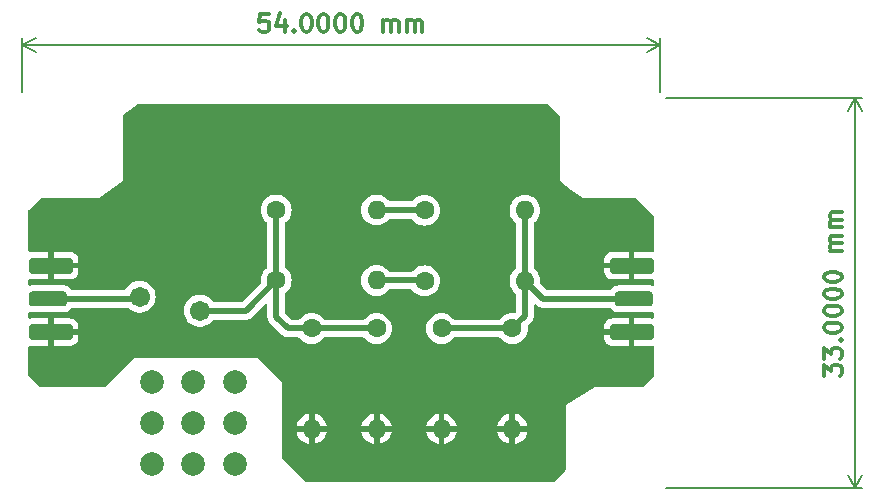
<source format=gbr>
%TF.GenerationSoftware,KiCad,Pcbnew,8.0.5*%
%TF.CreationDate,2024-10-05T17:35:55+09:00*%
%TF.ProjectId,ATT_24dB,4154545f-3234-4644-922e-6b696361645f,rev?*%
%TF.SameCoordinates,Original*%
%TF.FileFunction,Copper,L1,Top*%
%TF.FilePolarity,Positive*%
%FSLAX46Y46*%
G04 Gerber Fmt 4.6, Leading zero omitted, Abs format (unit mm)*
G04 Created by KiCad (PCBNEW 8.0.5) date 2024-10-05 17:35:55*
%MOMM*%
%LPD*%
G01*
G04 APERTURE LIST*
G04 Aperture macros list*
%AMRoundRect*
0 Rectangle with rounded corners*
0 $1 Rounding radius*
0 $2 $3 $4 $5 $6 $7 $8 $9 X,Y pos of 4 corners*
0 Add a 4 corners polygon primitive as box body*
4,1,4,$2,$3,$4,$5,$6,$7,$8,$9,$2,$3,0*
0 Add four circle primitives for the rounded corners*
1,1,$1+$1,$2,$3*
1,1,$1+$1,$4,$5*
1,1,$1+$1,$6,$7*
1,1,$1+$1,$8,$9*
0 Add four rect primitives between the rounded corners*
20,1,$1+$1,$2,$3,$4,$5,0*
20,1,$1+$1,$4,$5,$6,$7,0*
20,1,$1+$1,$6,$7,$8,$9,0*
20,1,$1+$1,$8,$9,$2,$3,0*%
G04 Aperture macros list end*
%ADD10C,0.300000*%
%TA.AperFunction,NonConductor*%
%ADD11C,0.300000*%
%TD*%
%TA.AperFunction,NonConductor*%
%ADD12C,0.200000*%
%TD*%
%TA.AperFunction,ComponentPad*%
%ADD13C,2.000000*%
%TD*%
%TA.AperFunction,SMDPad,CuDef*%
%ADD14RoundRect,0.250000X1.350000X-0.385000X1.350000X0.385000X-1.350000X0.385000X-1.350000X-0.385000X0*%
%TD*%
%TA.AperFunction,SMDPad,CuDef*%
%ADD15RoundRect,0.250000X1.600000X-0.425000X1.600000X0.425000X-1.600000X0.425000X-1.600000X-0.425000X0*%
%TD*%
%TA.AperFunction,ComponentPad*%
%ADD16C,1.600000*%
%TD*%
%TA.AperFunction,ComponentPad*%
%ADD17O,1.600000X1.600000*%
%TD*%
%TA.AperFunction,SMDPad,CuDef*%
%ADD18RoundRect,0.250000X-1.350000X0.385000X-1.350000X-0.385000X1.350000X-0.385000X1.350000X0.385000X0*%
%TD*%
%TA.AperFunction,SMDPad,CuDef*%
%ADD19RoundRect,0.250000X-1.600000X0.425000X-1.600000X-0.425000X1.600000X-0.425000X1.600000X0.425000X0*%
%TD*%
%TA.AperFunction,ComponentPad*%
%ADD20C,1.710000*%
%TD*%
%TA.AperFunction,ViaPad*%
%ADD21C,0.600000*%
%TD*%
%TA.AperFunction,Conductor*%
%ADD22C,0.500000*%
%TD*%
%TA.AperFunction,Conductor*%
%ADD23C,0.200000*%
%TD*%
G04 APERTURE END LIST*
D10*
D11*
X81357144Y-17878328D02*
X80642858Y-17878328D01*
X80642858Y-17878328D02*
X80571430Y-18592614D01*
X80571430Y-18592614D02*
X80642858Y-18521185D01*
X80642858Y-18521185D02*
X80785716Y-18449757D01*
X80785716Y-18449757D02*
X81142858Y-18449757D01*
X81142858Y-18449757D02*
X81285716Y-18521185D01*
X81285716Y-18521185D02*
X81357144Y-18592614D01*
X81357144Y-18592614D02*
X81428573Y-18735471D01*
X81428573Y-18735471D02*
X81428573Y-19092614D01*
X81428573Y-19092614D02*
X81357144Y-19235471D01*
X81357144Y-19235471D02*
X81285716Y-19306900D01*
X81285716Y-19306900D02*
X81142858Y-19378328D01*
X81142858Y-19378328D02*
X80785716Y-19378328D01*
X80785716Y-19378328D02*
X80642858Y-19306900D01*
X80642858Y-19306900D02*
X80571430Y-19235471D01*
X82714287Y-18378328D02*
X82714287Y-19378328D01*
X82357144Y-17806900D02*
X82000001Y-18878328D01*
X82000001Y-18878328D02*
X82928572Y-18878328D01*
X83500000Y-19235471D02*
X83571429Y-19306900D01*
X83571429Y-19306900D02*
X83500000Y-19378328D01*
X83500000Y-19378328D02*
X83428572Y-19306900D01*
X83428572Y-19306900D02*
X83500000Y-19235471D01*
X83500000Y-19235471D02*
X83500000Y-19378328D01*
X84500001Y-17878328D02*
X84642858Y-17878328D01*
X84642858Y-17878328D02*
X84785715Y-17949757D01*
X84785715Y-17949757D02*
X84857144Y-18021185D01*
X84857144Y-18021185D02*
X84928572Y-18164042D01*
X84928572Y-18164042D02*
X85000001Y-18449757D01*
X85000001Y-18449757D02*
X85000001Y-18806900D01*
X85000001Y-18806900D02*
X84928572Y-19092614D01*
X84928572Y-19092614D02*
X84857144Y-19235471D01*
X84857144Y-19235471D02*
X84785715Y-19306900D01*
X84785715Y-19306900D02*
X84642858Y-19378328D01*
X84642858Y-19378328D02*
X84500001Y-19378328D01*
X84500001Y-19378328D02*
X84357144Y-19306900D01*
X84357144Y-19306900D02*
X84285715Y-19235471D01*
X84285715Y-19235471D02*
X84214286Y-19092614D01*
X84214286Y-19092614D02*
X84142858Y-18806900D01*
X84142858Y-18806900D02*
X84142858Y-18449757D01*
X84142858Y-18449757D02*
X84214286Y-18164042D01*
X84214286Y-18164042D02*
X84285715Y-18021185D01*
X84285715Y-18021185D02*
X84357144Y-17949757D01*
X84357144Y-17949757D02*
X84500001Y-17878328D01*
X85928572Y-17878328D02*
X86071429Y-17878328D01*
X86071429Y-17878328D02*
X86214286Y-17949757D01*
X86214286Y-17949757D02*
X86285715Y-18021185D01*
X86285715Y-18021185D02*
X86357143Y-18164042D01*
X86357143Y-18164042D02*
X86428572Y-18449757D01*
X86428572Y-18449757D02*
X86428572Y-18806900D01*
X86428572Y-18806900D02*
X86357143Y-19092614D01*
X86357143Y-19092614D02*
X86285715Y-19235471D01*
X86285715Y-19235471D02*
X86214286Y-19306900D01*
X86214286Y-19306900D02*
X86071429Y-19378328D01*
X86071429Y-19378328D02*
X85928572Y-19378328D01*
X85928572Y-19378328D02*
X85785715Y-19306900D01*
X85785715Y-19306900D02*
X85714286Y-19235471D01*
X85714286Y-19235471D02*
X85642857Y-19092614D01*
X85642857Y-19092614D02*
X85571429Y-18806900D01*
X85571429Y-18806900D02*
X85571429Y-18449757D01*
X85571429Y-18449757D02*
X85642857Y-18164042D01*
X85642857Y-18164042D02*
X85714286Y-18021185D01*
X85714286Y-18021185D02*
X85785715Y-17949757D01*
X85785715Y-17949757D02*
X85928572Y-17878328D01*
X87357143Y-17878328D02*
X87500000Y-17878328D01*
X87500000Y-17878328D02*
X87642857Y-17949757D01*
X87642857Y-17949757D02*
X87714286Y-18021185D01*
X87714286Y-18021185D02*
X87785714Y-18164042D01*
X87785714Y-18164042D02*
X87857143Y-18449757D01*
X87857143Y-18449757D02*
X87857143Y-18806900D01*
X87857143Y-18806900D02*
X87785714Y-19092614D01*
X87785714Y-19092614D02*
X87714286Y-19235471D01*
X87714286Y-19235471D02*
X87642857Y-19306900D01*
X87642857Y-19306900D02*
X87500000Y-19378328D01*
X87500000Y-19378328D02*
X87357143Y-19378328D01*
X87357143Y-19378328D02*
X87214286Y-19306900D01*
X87214286Y-19306900D02*
X87142857Y-19235471D01*
X87142857Y-19235471D02*
X87071428Y-19092614D01*
X87071428Y-19092614D02*
X87000000Y-18806900D01*
X87000000Y-18806900D02*
X87000000Y-18449757D01*
X87000000Y-18449757D02*
X87071428Y-18164042D01*
X87071428Y-18164042D02*
X87142857Y-18021185D01*
X87142857Y-18021185D02*
X87214286Y-17949757D01*
X87214286Y-17949757D02*
X87357143Y-17878328D01*
X88785714Y-17878328D02*
X88928571Y-17878328D01*
X88928571Y-17878328D02*
X89071428Y-17949757D01*
X89071428Y-17949757D02*
X89142857Y-18021185D01*
X89142857Y-18021185D02*
X89214285Y-18164042D01*
X89214285Y-18164042D02*
X89285714Y-18449757D01*
X89285714Y-18449757D02*
X89285714Y-18806900D01*
X89285714Y-18806900D02*
X89214285Y-19092614D01*
X89214285Y-19092614D02*
X89142857Y-19235471D01*
X89142857Y-19235471D02*
X89071428Y-19306900D01*
X89071428Y-19306900D02*
X88928571Y-19378328D01*
X88928571Y-19378328D02*
X88785714Y-19378328D01*
X88785714Y-19378328D02*
X88642857Y-19306900D01*
X88642857Y-19306900D02*
X88571428Y-19235471D01*
X88571428Y-19235471D02*
X88499999Y-19092614D01*
X88499999Y-19092614D02*
X88428571Y-18806900D01*
X88428571Y-18806900D02*
X88428571Y-18449757D01*
X88428571Y-18449757D02*
X88499999Y-18164042D01*
X88499999Y-18164042D02*
X88571428Y-18021185D01*
X88571428Y-18021185D02*
X88642857Y-17949757D01*
X88642857Y-17949757D02*
X88785714Y-17878328D01*
X91071427Y-19378328D02*
X91071427Y-18378328D01*
X91071427Y-18521185D02*
X91142856Y-18449757D01*
X91142856Y-18449757D02*
X91285713Y-18378328D01*
X91285713Y-18378328D02*
X91499999Y-18378328D01*
X91499999Y-18378328D02*
X91642856Y-18449757D01*
X91642856Y-18449757D02*
X91714285Y-18592614D01*
X91714285Y-18592614D02*
X91714285Y-19378328D01*
X91714285Y-18592614D02*
X91785713Y-18449757D01*
X91785713Y-18449757D02*
X91928570Y-18378328D01*
X91928570Y-18378328D02*
X92142856Y-18378328D01*
X92142856Y-18378328D02*
X92285713Y-18449757D01*
X92285713Y-18449757D02*
X92357142Y-18592614D01*
X92357142Y-18592614D02*
X92357142Y-19378328D01*
X93071427Y-19378328D02*
X93071427Y-18378328D01*
X93071427Y-18521185D02*
X93142856Y-18449757D01*
X93142856Y-18449757D02*
X93285713Y-18378328D01*
X93285713Y-18378328D02*
X93499999Y-18378328D01*
X93499999Y-18378328D02*
X93642856Y-18449757D01*
X93642856Y-18449757D02*
X93714285Y-18592614D01*
X93714285Y-18592614D02*
X93714285Y-19378328D01*
X93714285Y-18592614D02*
X93785713Y-18449757D01*
X93785713Y-18449757D02*
X93928570Y-18378328D01*
X93928570Y-18378328D02*
X94142856Y-18378328D01*
X94142856Y-18378328D02*
X94285713Y-18449757D01*
X94285713Y-18449757D02*
X94357142Y-18592614D01*
X94357142Y-18592614D02*
X94357142Y-19378328D01*
D12*
X60500000Y-24500000D02*
X60500000Y-19913580D01*
X114500000Y-24500000D02*
X114500000Y-19913580D01*
X60500000Y-20500000D02*
X114500000Y-20500000D01*
X60500000Y-20500000D02*
X114500000Y-20500000D01*
X60500000Y-20500000D02*
X61626504Y-19913579D01*
X60500000Y-20500000D02*
X61626504Y-21086421D01*
X114500000Y-20500000D02*
X113373496Y-21086421D01*
X114500000Y-20500000D02*
X113373496Y-19913579D01*
D10*
D11*
X128378328Y-48499998D02*
X128378328Y-47571426D01*
X128378328Y-47571426D02*
X128949757Y-48071426D01*
X128949757Y-48071426D02*
X128949757Y-47857141D01*
X128949757Y-47857141D02*
X129021185Y-47714284D01*
X129021185Y-47714284D02*
X129092614Y-47642855D01*
X129092614Y-47642855D02*
X129235471Y-47571426D01*
X129235471Y-47571426D02*
X129592614Y-47571426D01*
X129592614Y-47571426D02*
X129735471Y-47642855D01*
X129735471Y-47642855D02*
X129806900Y-47714284D01*
X129806900Y-47714284D02*
X129878328Y-47857141D01*
X129878328Y-47857141D02*
X129878328Y-48285712D01*
X129878328Y-48285712D02*
X129806900Y-48428569D01*
X129806900Y-48428569D02*
X129735471Y-48499998D01*
X128378328Y-47071427D02*
X128378328Y-46142855D01*
X128378328Y-46142855D02*
X128949757Y-46642855D01*
X128949757Y-46642855D02*
X128949757Y-46428570D01*
X128949757Y-46428570D02*
X129021185Y-46285713D01*
X129021185Y-46285713D02*
X129092614Y-46214284D01*
X129092614Y-46214284D02*
X129235471Y-46142855D01*
X129235471Y-46142855D02*
X129592614Y-46142855D01*
X129592614Y-46142855D02*
X129735471Y-46214284D01*
X129735471Y-46214284D02*
X129806900Y-46285713D01*
X129806900Y-46285713D02*
X129878328Y-46428570D01*
X129878328Y-46428570D02*
X129878328Y-46857141D01*
X129878328Y-46857141D02*
X129806900Y-46999998D01*
X129806900Y-46999998D02*
X129735471Y-47071427D01*
X129735471Y-45499999D02*
X129806900Y-45428570D01*
X129806900Y-45428570D02*
X129878328Y-45499999D01*
X129878328Y-45499999D02*
X129806900Y-45571427D01*
X129806900Y-45571427D02*
X129735471Y-45499999D01*
X129735471Y-45499999D02*
X129878328Y-45499999D01*
X128378328Y-44499998D02*
X128378328Y-44357141D01*
X128378328Y-44357141D02*
X128449757Y-44214284D01*
X128449757Y-44214284D02*
X128521185Y-44142856D01*
X128521185Y-44142856D02*
X128664042Y-44071427D01*
X128664042Y-44071427D02*
X128949757Y-43999998D01*
X128949757Y-43999998D02*
X129306900Y-43999998D01*
X129306900Y-43999998D02*
X129592614Y-44071427D01*
X129592614Y-44071427D02*
X129735471Y-44142856D01*
X129735471Y-44142856D02*
X129806900Y-44214284D01*
X129806900Y-44214284D02*
X129878328Y-44357141D01*
X129878328Y-44357141D02*
X129878328Y-44499998D01*
X129878328Y-44499998D02*
X129806900Y-44642856D01*
X129806900Y-44642856D02*
X129735471Y-44714284D01*
X129735471Y-44714284D02*
X129592614Y-44785713D01*
X129592614Y-44785713D02*
X129306900Y-44857141D01*
X129306900Y-44857141D02*
X128949757Y-44857141D01*
X128949757Y-44857141D02*
X128664042Y-44785713D01*
X128664042Y-44785713D02*
X128521185Y-44714284D01*
X128521185Y-44714284D02*
X128449757Y-44642856D01*
X128449757Y-44642856D02*
X128378328Y-44499998D01*
X128378328Y-43071427D02*
X128378328Y-42928570D01*
X128378328Y-42928570D02*
X128449757Y-42785713D01*
X128449757Y-42785713D02*
X128521185Y-42714285D01*
X128521185Y-42714285D02*
X128664042Y-42642856D01*
X128664042Y-42642856D02*
X128949757Y-42571427D01*
X128949757Y-42571427D02*
X129306900Y-42571427D01*
X129306900Y-42571427D02*
X129592614Y-42642856D01*
X129592614Y-42642856D02*
X129735471Y-42714285D01*
X129735471Y-42714285D02*
X129806900Y-42785713D01*
X129806900Y-42785713D02*
X129878328Y-42928570D01*
X129878328Y-42928570D02*
X129878328Y-43071427D01*
X129878328Y-43071427D02*
X129806900Y-43214285D01*
X129806900Y-43214285D02*
X129735471Y-43285713D01*
X129735471Y-43285713D02*
X129592614Y-43357142D01*
X129592614Y-43357142D02*
X129306900Y-43428570D01*
X129306900Y-43428570D02*
X128949757Y-43428570D01*
X128949757Y-43428570D02*
X128664042Y-43357142D01*
X128664042Y-43357142D02*
X128521185Y-43285713D01*
X128521185Y-43285713D02*
X128449757Y-43214285D01*
X128449757Y-43214285D02*
X128378328Y-43071427D01*
X128378328Y-41642856D02*
X128378328Y-41499999D01*
X128378328Y-41499999D02*
X128449757Y-41357142D01*
X128449757Y-41357142D02*
X128521185Y-41285714D01*
X128521185Y-41285714D02*
X128664042Y-41214285D01*
X128664042Y-41214285D02*
X128949757Y-41142856D01*
X128949757Y-41142856D02*
X129306900Y-41142856D01*
X129306900Y-41142856D02*
X129592614Y-41214285D01*
X129592614Y-41214285D02*
X129735471Y-41285714D01*
X129735471Y-41285714D02*
X129806900Y-41357142D01*
X129806900Y-41357142D02*
X129878328Y-41499999D01*
X129878328Y-41499999D02*
X129878328Y-41642856D01*
X129878328Y-41642856D02*
X129806900Y-41785714D01*
X129806900Y-41785714D02*
X129735471Y-41857142D01*
X129735471Y-41857142D02*
X129592614Y-41928571D01*
X129592614Y-41928571D02*
X129306900Y-41999999D01*
X129306900Y-41999999D02*
X128949757Y-41999999D01*
X128949757Y-41999999D02*
X128664042Y-41928571D01*
X128664042Y-41928571D02*
X128521185Y-41857142D01*
X128521185Y-41857142D02*
X128449757Y-41785714D01*
X128449757Y-41785714D02*
X128378328Y-41642856D01*
X128378328Y-40214285D02*
X128378328Y-40071428D01*
X128378328Y-40071428D02*
X128449757Y-39928571D01*
X128449757Y-39928571D02*
X128521185Y-39857143D01*
X128521185Y-39857143D02*
X128664042Y-39785714D01*
X128664042Y-39785714D02*
X128949757Y-39714285D01*
X128949757Y-39714285D02*
X129306900Y-39714285D01*
X129306900Y-39714285D02*
X129592614Y-39785714D01*
X129592614Y-39785714D02*
X129735471Y-39857143D01*
X129735471Y-39857143D02*
X129806900Y-39928571D01*
X129806900Y-39928571D02*
X129878328Y-40071428D01*
X129878328Y-40071428D02*
X129878328Y-40214285D01*
X129878328Y-40214285D02*
X129806900Y-40357143D01*
X129806900Y-40357143D02*
X129735471Y-40428571D01*
X129735471Y-40428571D02*
X129592614Y-40500000D01*
X129592614Y-40500000D02*
X129306900Y-40571428D01*
X129306900Y-40571428D02*
X128949757Y-40571428D01*
X128949757Y-40571428D02*
X128664042Y-40500000D01*
X128664042Y-40500000D02*
X128521185Y-40428571D01*
X128521185Y-40428571D02*
X128449757Y-40357143D01*
X128449757Y-40357143D02*
X128378328Y-40214285D01*
X129878328Y-37928572D02*
X128878328Y-37928572D01*
X129021185Y-37928572D02*
X128949757Y-37857143D01*
X128949757Y-37857143D02*
X128878328Y-37714286D01*
X128878328Y-37714286D02*
X128878328Y-37500000D01*
X128878328Y-37500000D02*
X128949757Y-37357143D01*
X128949757Y-37357143D02*
X129092614Y-37285715D01*
X129092614Y-37285715D02*
X129878328Y-37285715D01*
X129092614Y-37285715D02*
X128949757Y-37214286D01*
X128949757Y-37214286D02*
X128878328Y-37071429D01*
X128878328Y-37071429D02*
X128878328Y-36857143D01*
X128878328Y-36857143D02*
X128949757Y-36714286D01*
X128949757Y-36714286D02*
X129092614Y-36642857D01*
X129092614Y-36642857D02*
X129878328Y-36642857D01*
X129878328Y-35928572D02*
X128878328Y-35928572D01*
X129021185Y-35928572D02*
X128949757Y-35857143D01*
X128949757Y-35857143D02*
X128878328Y-35714286D01*
X128878328Y-35714286D02*
X128878328Y-35500000D01*
X128878328Y-35500000D02*
X128949757Y-35357143D01*
X128949757Y-35357143D02*
X129092614Y-35285715D01*
X129092614Y-35285715D02*
X129878328Y-35285715D01*
X129092614Y-35285715D02*
X128949757Y-35214286D01*
X128949757Y-35214286D02*
X128878328Y-35071429D01*
X128878328Y-35071429D02*
X128878328Y-34857143D01*
X128878328Y-34857143D02*
X128949757Y-34714286D01*
X128949757Y-34714286D02*
X129092614Y-34642857D01*
X129092614Y-34642857D02*
X129878328Y-34642857D01*
D12*
X115000000Y-25000000D02*
X131586420Y-25000000D01*
X115000000Y-58000000D02*
X131586420Y-58000000D01*
X131000000Y-25000000D02*
X131000000Y-58000000D01*
X131000000Y-25000000D02*
X131000000Y-58000000D01*
X131000000Y-25000000D02*
X131586421Y-26126504D01*
X131000000Y-25000000D02*
X130413579Y-26126504D01*
X131000000Y-58000000D02*
X130413579Y-56873496D01*
X131000000Y-58000000D02*
X131586421Y-56873496D01*
D13*
%TO.P,REF001,1*%
%TO.N,N/C*%
X71500000Y-49000000D03*
%TD*%
D14*
%TO.P,J2,1,In*%
%TO.N,Net-(J2-In)*%
X112337500Y-42000000D03*
D15*
%TO.P,J2,2,Ext*%
%TO.N,GND*%
X112087500Y-39175000D03*
X112087500Y-44825000D03*
%TD*%
D13*
%TO.P,REF001,1*%
%TO.N,N/C*%
X75000000Y-56000000D03*
%TD*%
%TO.P,REF001,1*%
%TO.N,N/C*%
X78500000Y-52500000D03*
%TD*%
D16*
%TO.P,R8,1*%
%TO.N,Net-(R7-Pad2)*%
X94565000Y-40467500D03*
D17*
%TO.P,R8,2*%
%TO.N,Net-(J2-In)*%
X103065000Y-40467500D03*
%TD*%
D16*
%TO.P,R1,1*%
%TO.N,Net-(F1-Pad1)*%
X85000000Y-44500000D03*
D17*
%TO.P,R1,2*%
%TO.N,GND*%
X85000000Y-53000000D03*
%TD*%
D16*
%TO.P,R6,1*%
%TO.N,Net-(R5-Pad2)*%
X94565000Y-34500000D03*
D17*
%TO.P,R6,2*%
%TO.N,Net-(J2-In)*%
X103065000Y-34500000D03*
%TD*%
D13*
%TO.P,REF001,1*%
%TO.N,N/C*%
X78500000Y-49000000D03*
%TD*%
D16*
%TO.P,R7,1*%
%TO.N,Net-(F1-Pad1)*%
X82000000Y-40435000D03*
D17*
%TO.P,R7,2*%
%TO.N,Net-(R7-Pad2)*%
X90500000Y-40435000D03*
%TD*%
D16*
%TO.P,R3,1*%
%TO.N,Net-(J2-In)*%
X96000000Y-44500000D03*
D17*
%TO.P,R3,2*%
%TO.N,GND*%
X96000000Y-53000000D03*
%TD*%
D16*
%TO.P,R5,1*%
%TO.N,Net-(F1-Pad1)*%
X82000000Y-34467500D03*
D17*
%TO.P,R5,2*%
%TO.N,Net-(R5-Pad2)*%
X90500000Y-34467500D03*
%TD*%
D13*
%TO.P,REF001,1*%
%TO.N,N/C*%
X75000000Y-49000000D03*
%TD*%
D16*
%TO.P,R2,1*%
%TO.N,Net-(F1-Pad1)*%
X90500000Y-44500000D03*
D17*
%TO.P,R2,2*%
%TO.N,GND*%
X90500000Y-53000000D03*
%TD*%
D18*
%TO.P,J1,1,In*%
%TO.N,Net-(J1-In)*%
X62662500Y-42000000D03*
D19*
%TO.P,J1,2,Ext*%
%TO.N,GND*%
X62912500Y-44825000D03*
X62912500Y-39175000D03*
%TD*%
D20*
%TO.P,F1,1*%
%TO.N,Net-(F1-Pad1)*%
X75532500Y-43000000D03*
%TO.P,F1,2*%
%TO.N,Net-(J1-In)*%
X70432500Y-41800000D03*
%TD*%
D13*
%TO.P,REF001,1*%
%TO.N,N/C*%
X75000000Y-52500000D03*
%TD*%
D16*
%TO.P,R4,1*%
%TO.N,Net-(J2-In)*%
X102000000Y-44500000D03*
D17*
%TO.P,R4,2*%
%TO.N,GND*%
X102000000Y-53000000D03*
%TD*%
D13*
%TO.P,REF001,1*%
%TO.N,N/C*%
X71500000Y-52500000D03*
%TD*%
%TO.P,REF001,1*%
%TO.N,N/C*%
X78500000Y-56000000D03*
%TD*%
%TO.P,REF001,1*%
%TO.N,N/C*%
X71500000Y-56000000D03*
%TD*%
D21*
%TO.N,GND*%
X89000000Y-37500000D03*
X91500000Y-37500000D03*
X86540000Y-27000000D03*
X99040000Y-55500000D03*
X90500000Y-32000000D03*
X78500000Y-39500000D03*
X104000000Y-32000000D03*
X74000000Y-27000000D03*
X91620000Y-27000000D03*
X84000000Y-29540000D03*
X91620000Y-29540000D03*
X99240000Y-27000000D03*
X87500000Y-53000000D03*
X96700000Y-29540000D03*
X76000000Y-34500000D03*
X70920000Y-34500000D03*
X94160000Y-27000000D03*
X101780000Y-27000000D03*
X81500000Y-27000000D03*
X73460000Y-34500000D03*
X96700000Y-27000000D03*
X84000000Y-27000000D03*
X68500000Y-45500000D03*
X66000000Y-34500000D03*
X101780000Y-29540000D03*
X93000000Y-53000000D03*
X71460000Y-27000000D03*
X68500000Y-34500000D03*
X63500000Y-34500000D03*
X81500000Y-32000000D03*
X66500000Y-47500000D03*
X104000000Y-29500000D03*
X104000000Y-55500000D03*
X108000000Y-48000000D03*
X91420000Y-55500000D03*
X99240000Y-29540000D03*
X76420000Y-27000000D03*
X70920000Y-37040000D03*
X104000000Y-27000000D03*
X93000000Y-43000000D03*
X109500000Y-35000000D03*
X96500000Y-55500000D03*
X89080000Y-29540000D03*
X101580000Y-55500000D03*
X78500000Y-45500000D03*
X108000000Y-46000000D03*
X88880000Y-55500000D03*
X105460000Y-39000000D03*
X86540000Y-29540000D03*
X76000000Y-45500000D03*
X99000000Y-53000000D03*
X108000000Y-39000000D03*
X66500000Y-45500000D03*
X105460000Y-46000000D03*
X70500000Y-45500000D03*
X107000000Y-35000000D03*
X102000000Y-32000000D03*
X108000000Y-44000000D03*
X94160000Y-29540000D03*
X84000000Y-32000000D03*
X78540000Y-34500000D03*
X66500000Y-39000000D03*
X89080000Y-27000000D03*
X78540000Y-37040000D03*
X86340000Y-55500000D03*
X78960000Y-27000000D03*
X110000000Y-48000000D03*
X95500000Y-32000000D03*
X76000000Y-37040000D03*
X105460000Y-44000000D03*
X93000000Y-32000000D03*
X73460000Y-37040000D03*
X104500000Y-53000000D03*
X93960000Y-55500000D03*
X94000000Y-37500000D03*
%TD*%
D22*
%TO.N,Net-(F1-Pad1)*%
X82000000Y-43500000D02*
X83000000Y-44500000D01*
X83000000Y-44500000D02*
X85000000Y-44500000D01*
X82000000Y-40935000D02*
X82000000Y-34467500D01*
D23*
X82000000Y-40870000D02*
X81885000Y-40985000D01*
D22*
X75532500Y-43000000D02*
X79435000Y-43000000D01*
X85000000Y-44500000D02*
X90500000Y-44500000D01*
X79435000Y-43000000D02*
X82000000Y-40435000D01*
X82000000Y-40435000D02*
X82000000Y-43500000D01*
D23*
X82000000Y-40435000D02*
X82000000Y-40870000D01*
%TO.N,Net-(J1-In)*%
X70232500Y-42000000D02*
X70432500Y-41800000D01*
D22*
X62662500Y-42000000D02*
X70232500Y-42000000D01*
%TO.N,Net-(J2-In)*%
X104597500Y-42000000D02*
X103065000Y-40467500D01*
X103065000Y-34500000D02*
X103065000Y-40967500D01*
X113337500Y-42000000D02*
X104597500Y-42000000D01*
D23*
X102065000Y-44435000D02*
X102000000Y-44500000D01*
X102565000Y-44435000D02*
X102500000Y-44500000D01*
D22*
X103065000Y-40467500D02*
X103065000Y-43435000D01*
D23*
X103500000Y-40532500D02*
X103565000Y-40467500D01*
D22*
X103065000Y-43435000D02*
X102000000Y-44500000D01*
X96000000Y-44500000D02*
X102000000Y-44500000D01*
D23*
%TO.N,Net-(R5-Pad2)*%
X94532500Y-34467500D02*
X94565000Y-34500000D01*
D22*
X90500000Y-34467500D02*
X94532500Y-34467500D01*
D23*
%TO.N,Net-(R7-Pad2)*%
X94532500Y-40435000D02*
X94565000Y-40467500D01*
D22*
X90500000Y-40435000D02*
X94532500Y-40435000D01*
%TD*%
%TA.AperFunction,Conductor*%
%TO.N,GND*%
G36*
X105016177Y-25520185D02*
G01*
X105036819Y-25536819D01*
X105963681Y-26463681D01*
X105997166Y-26525004D01*
X106000000Y-26551362D01*
X106000000Y-32000000D01*
X105999999Y-32000000D01*
X107000000Y-32750000D01*
X108000000Y-33500000D01*
X112448638Y-33500000D01*
X112515677Y-33519685D01*
X112536319Y-33536319D01*
X113963181Y-34963181D01*
X113996666Y-35024504D01*
X113999500Y-35050862D01*
X113999500Y-37891562D01*
X113979815Y-37958601D01*
X113927011Y-38004356D01*
X113857853Y-38014300D01*
X113846854Y-38011709D01*
X113846811Y-38011911D01*
X113840190Y-38010493D01*
X113737486Y-38000000D01*
X112337500Y-38000000D01*
X112337500Y-40349999D01*
X113737472Y-40349999D01*
X113737486Y-40349998D01*
X113840193Y-40339506D01*
X113846813Y-40338089D01*
X113847300Y-40340364D01*
X113906297Y-40338322D01*
X113966347Y-40374040D01*
X113997554Y-40436553D01*
X113999500Y-40458437D01*
X113999500Y-40756035D01*
X113979815Y-40823074D01*
X113927011Y-40868829D01*
X113857853Y-40878773D01*
X113846964Y-40876207D01*
X113846920Y-40876418D01*
X113840303Y-40875001D01*
X113737510Y-40864500D01*
X110937498Y-40864500D01*
X110937481Y-40864501D01*
X110834703Y-40875000D01*
X110834700Y-40875001D01*
X110668168Y-40930185D01*
X110668163Y-40930187D01*
X110518842Y-41022289D01*
X110394789Y-41146342D01*
X110390903Y-41152642D01*
X110370637Y-41185500D01*
X110367493Y-41190597D01*
X110315545Y-41237321D01*
X110261954Y-41249500D01*
X104959729Y-41249500D01*
X104892690Y-41229815D01*
X104872048Y-41213181D01*
X104391716Y-40732848D01*
X104358231Y-40671525D01*
X104355869Y-40634363D01*
X104370468Y-40467500D01*
X104367760Y-40436553D01*
X104359166Y-40338322D01*
X104350635Y-40240808D01*
X104291739Y-40021004D01*
X104195568Y-39814766D01*
X104080189Y-39649986D01*
X109737501Y-39649986D01*
X109747994Y-39752697D01*
X109803141Y-39919119D01*
X109803143Y-39919124D01*
X109895184Y-40068345D01*
X110019154Y-40192315D01*
X110168375Y-40284356D01*
X110168380Y-40284358D01*
X110334802Y-40339505D01*
X110334809Y-40339506D01*
X110437519Y-40349999D01*
X111837499Y-40349999D01*
X111837500Y-40349998D01*
X111837500Y-39425000D01*
X109737501Y-39425000D01*
X109737501Y-39649986D01*
X104080189Y-39649986D01*
X104065047Y-39628361D01*
X103904139Y-39467453D01*
X103899373Y-39464115D01*
X103868375Y-39442410D01*
X103824751Y-39387832D01*
X103815500Y-39340836D01*
X103815500Y-38700013D01*
X109737500Y-38700013D01*
X109737500Y-38925000D01*
X111837500Y-38925000D01*
X111837500Y-38000000D01*
X110437528Y-38000000D01*
X110437512Y-38000001D01*
X110334802Y-38010494D01*
X110168380Y-38065641D01*
X110168375Y-38065643D01*
X110019154Y-38157684D01*
X109895184Y-38281654D01*
X109803143Y-38430875D01*
X109803141Y-38430880D01*
X109747994Y-38597302D01*
X109747993Y-38597309D01*
X109737500Y-38700013D01*
X103815500Y-38700013D01*
X103815500Y-35626662D01*
X103835185Y-35559623D01*
X103868379Y-35525086D01*
X103904140Y-35500046D01*
X104065045Y-35339141D01*
X104065047Y-35339139D01*
X104195568Y-35152734D01*
X104291739Y-34946496D01*
X104350635Y-34726692D01*
X104370468Y-34500000D01*
X104367624Y-34467498D01*
X104350635Y-34273313D01*
X104350635Y-34273308D01*
X104291739Y-34053504D01*
X104195568Y-33847266D01*
X104065047Y-33660861D01*
X104065045Y-33660858D01*
X103904141Y-33499954D01*
X103717734Y-33369432D01*
X103717732Y-33369431D01*
X103511497Y-33273261D01*
X103511488Y-33273258D01*
X103291697Y-33214366D01*
X103291693Y-33214365D01*
X103291692Y-33214365D01*
X103291691Y-33214364D01*
X103291686Y-33214364D01*
X103065002Y-33194532D01*
X103064998Y-33194532D01*
X102838313Y-33214364D01*
X102838302Y-33214366D01*
X102618511Y-33273258D01*
X102618502Y-33273261D01*
X102412267Y-33369431D01*
X102412265Y-33369432D01*
X102225858Y-33499954D01*
X102064954Y-33660858D01*
X101934432Y-33847265D01*
X101934431Y-33847267D01*
X101838261Y-34053502D01*
X101838258Y-34053511D01*
X101779366Y-34273302D01*
X101779364Y-34273313D01*
X101759532Y-34499998D01*
X101759532Y-34500001D01*
X101779364Y-34726686D01*
X101779366Y-34726697D01*
X101838258Y-34946488D01*
X101838261Y-34946497D01*
X101934431Y-35152732D01*
X101934432Y-35152734D01*
X102064954Y-35339141D01*
X102225859Y-35500046D01*
X102261621Y-35525086D01*
X102305247Y-35579662D01*
X102314500Y-35626662D01*
X102314500Y-39340836D01*
X102294815Y-39407875D01*
X102261625Y-39442410D01*
X102225863Y-39467451D01*
X102064951Y-39628362D01*
X101934432Y-39814765D01*
X101934431Y-39814767D01*
X101838261Y-40021002D01*
X101838258Y-40021011D01*
X101779366Y-40240802D01*
X101779364Y-40240813D01*
X101759532Y-40467498D01*
X101759532Y-40467501D01*
X101779364Y-40694186D01*
X101779366Y-40694197D01*
X101838258Y-40913988D01*
X101838261Y-40913997D01*
X101934431Y-41120232D01*
X101934432Y-41120234D01*
X102064954Y-41306641D01*
X102225859Y-41467546D01*
X102261621Y-41492586D01*
X102305247Y-41547162D01*
X102314500Y-41594162D01*
X102314500Y-43072768D01*
X102294815Y-43139807D01*
X102278178Y-43160453D01*
X102265344Y-43173286D01*
X102204019Y-43206768D01*
X102166859Y-43209129D01*
X102000002Y-43194532D01*
X101999998Y-43194532D01*
X101773313Y-43214364D01*
X101773302Y-43214366D01*
X101553511Y-43273258D01*
X101553502Y-43273261D01*
X101347267Y-43369431D01*
X101347265Y-43369432D01*
X101160858Y-43499954D01*
X100999954Y-43660858D01*
X100974912Y-43696623D01*
X100920335Y-43740248D01*
X100873337Y-43749500D01*
X97126663Y-43749500D01*
X97059624Y-43729815D01*
X97025088Y-43696623D01*
X97000045Y-43660858D01*
X96839141Y-43499954D01*
X96652734Y-43369432D01*
X96652732Y-43369431D01*
X96446497Y-43273261D01*
X96446488Y-43273258D01*
X96226697Y-43214366D01*
X96226693Y-43214365D01*
X96226692Y-43214365D01*
X96226691Y-43214364D01*
X96226686Y-43214364D01*
X96000002Y-43194532D01*
X95999998Y-43194532D01*
X95773313Y-43214364D01*
X95773302Y-43214366D01*
X95553511Y-43273258D01*
X95553502Y-43273261D01*
X95347267Y-43369431D01*
X95347265Y-43369432D01*
X95160858Y-43499954D01*
X94999954Y-43660858D01*
X94869432Y-43847265D01*
X94869431Y-43847267D01*
X94773261Y-44053502D01*
X94773258Y-44053511D01*
X94714366Y-44273302D01*
X94714364Y-44273313D01*
X94694532Y-44499998D01*
X94694532Y-44500001D01*
X94714364Y-44726686D01*
X94714366Y-44726697D01*
X94773258Y-44946488D01*
X94773261Y-44946497D01*
X94869431Y-45152732D01*
X94869432Y-45152734D01*
X94999954Y-45339141D01*
X95160858Y-45500045D01*
X95160861Y-45500047D01*
X95347266Y-45630568D01*
X95553504Y-45726739D01*
X95773308Y-45785635D01*
X95935230Y-45799801D01*
X95999998Y-45805468D01*
X96000000Y-45805468D01*
X96000002Y-45805468D01*
X96056673Y-45800509D01*
X96226692Y-45785635D01*
X96446496Y-45726739D01*
X96652734Y-45630568D01*
X96839139Y-45500047D01*
X97000047Y-45339139D01*
X97025088Y-45303377D01*
X97079665Y-45259752D01*
X97126663Y-45250500D01*
X100873337Y-45250500D01*
X100940376Y-45270185D01*
X100974912Y-45303377D01*
X100999954Y-45339141D01*
X101160858Y-45500045D01*
X101160861Y-45500047D01*
X101347266Y-45630568D01*
X101553504Y-45726739D01*
X101773308Y-45785635D01*
X101935230Y-45799801D01*
X101999998Y-45805468D01*
X102000000Y-45805468D01*
X102000002Y-45805468D01*
X102056673Y-45800509D01*
X102226692Y-45785635D01*
X102446496Y-45726739D01*
X102652734Y-45630568D01*
X102839139Y-45500047D01*
X103000047Y-45339139D01*
X103027462Y-45299986D01*
X109737501Y-45299986D01*
X109747994Y-45402697D01*
X109803141Y-45569119D01*
X109803143Y-45569124D01*
X109895184Y-45718345D01*
X110019154Y-45842315D01*
X110168375Y-45934356D01*
X110168380Y-45934358D01*
X110334802Y-45989505D01*
X110334809Y-45989506D01*
X110437519Y-45999999D01*
X111837499Y-45999999D01*
X111837500Y-45999998D01*
X111837500Y-45075000D01*
X109737501Y-45075000D01*
X109737501Y-45299986D01*
X103027462Y-45299986D01*
X103130568Y-45152734D01*
X103226739Y-44946496D01*
X103285635Y-44726692D01*
X103305468Y-44500000D01*
X103292345Y-44350013D01*
X109737500Y-44350013D01*
X109737500Y-44575000D01*
X111837500Y-44575000D01*
X111837500Y-43650000D01*
X110437528Y-43650000D01*
X110437512Y-43650001D01*
X110334802Y-43660494D01*
X110168380Y-43715641D01*
X110168375Y-43715643D01*
X110019154Y-43807684D01*
X109895184Y-43931654D01*
X109803143Y-44080875D01*
X109803141Y-44080880D01*
X109747994Y-44247302D01*
X109747993Y-44247309D01*
X109737500Y-44350013D01*
X103292345Y-44350013D01*
X103290869Y-44333137D01*
X103304635Y-44264639D01*
X103326710Y-44234656D01*
X103647951Y-43913416D01*
X103730084Y-43790495D01*
X103786658Y-43653913D01*
X103790598Y-43634106D01*
X103800773Y-43582954D01*
X103815500Y-43508920D01*
X103815500Y-42578729D01*
X103835185Y-42511690D01*
X103887989Y-42465935D01*
X103957147Y-42455991D01*
X104020703Y-42485016D01*
X104027167Y-42491034D01*
X104073517Y-42537384D01*
X104119085Y-42582952D01*
X104241998Y-42665080D01*
X104242011Y-42665087D01*
X104378582Y-42721656D01*
X104378587Y-42721658D01*
X104378591Y-42721658D01*
X104378592Y-42721659D01*
X104523579Y-42750500D01*
X104523582Y-42750500D01*
X110261954Y-42750500D01*
X110328993Y-42770185D01*
X110367491Y-42809401D01*
X110394788Y-42853656D01*
X110518844Y-42977712D01*
X110668166Y-43069814D01*
X110834703Y-43124999D01*
X110937491Y-43135500D01*
X113737508Y-43135499D01*
X113840297Y-43124999D01*
X113840299Y-43124998D01*
X113840301Y-43124998D01*
X113846920Y-43123582D01*
X113847413Y-43125889D01*
X113906290Y-43123848D01*
X113966342Y-43159562D01*
X113997553Y-43222074D01*
X113999500Y-43243964D01*
X113999500Y-43541562D01*
X113979815Y-43608601D01*
X113927011Y-43654356D01*
X113857853Y-43664300D01*
X113846854Y-43661709D01*
X113846811Y-43661911D01*
X113840190Y-43660493D01*
X113737486Y-43650000D01*
X112337500Y-43650000D01*
X112337500Y-45999999D01*
X113737472Y-45999999D01*
X113737486Y-45999998D01*
X113840193Y-45989506D01*
X113846813Y-45988089D01*
X113847300Y-45990364D01*
X113906297Y-45988322D01*
X113966347Y-46024040D01*
X113997554Y-46086553D01*
X113999500Y-46108437D01*
X113999500Y-48449138D01*
X113979815Y-48516177D01*
X113963181Y-48536819D01*
X113036319Y-49463681D01*
X112974996Y-49497166D01*
X112948638Y-49500000D01*
X109000000Y-49500000D01*
X106500000Y-50999999D01*
X106500000Y-56448638D01*
X106480315Y-56515677D01*
X106463681Y-56536319D01*
X105536819Y-57463181D01*
X105475496Y-57496666D01*
X105449138Y-57499500D01*
X84550862Y-57499500D01*
X84483823Y-57479815D01*
X84463181Y-57463181D01*
X82536319Y-55536319D01*
X82502834Y-55474996D01*
X82500000Y-55448638D01*
X82500000Y-52749999D01*
X83721127Y-52749999D01*
X83721128Y-52750000D01*
X84684314Y-52750000D01*
X84679920Y-52754394D01*
X84627259Y-52845606D01*
X84600000Y-52947339D01*
X84600000Y-53052661D01*
X84627259Y-53154394D01*
X84679920Y-53245606D01*
X84684314Y-53250000D01*
X83721128Y-53250000D01*
X83773730Y-53446317D01*
X83773734Y-53446326D01*
X83869865Y-53652482D01*
X84000342Y-53838820D01*
X84161179Y-53999657D01*
X84347517Y-54130134D01*
X84553673Y-54226265D01*
X84553682Y-54226269D01*
X84749999Y-54278872D01*
X84750000Y-54278871D01*
X84750000Y-53315686D01*
X84754394Y-53320080D01*
X84845606Y-53372741D01*
X84947339Y-53400000D01*
X85052661Y-53400000D01*
X85154394Y-53372741D01*
X85245606Y-53320080D01*
X85250000Y-53315686D01*
X85250000Y-54278872D01*
X85446317Y-54226269D01*
X85446326Y-54226265D01*
X85652482Y-54130134D01*
X85838820Y-53999657D01*
X85999657Y-53838820D01*
X86130134Y-53652482D01*
X86226265Y-53446326D01*
X86226269Y-53446317D01*
X86278872Y-53250000D01*
X85315686Y-53250000D01*
X85320080Y-53245606D01*
X85372741Y-53154394D01*
X85400000Y-53052661D01*
X85400000Y-52947339D01*
X85372741Y-52845606D01*
X85320080Y-52754394D01*
X85315686Y-52750000D01*
X86278872Y-52750000D01*
X86278872Y-52749999D01*
X89221127Y-52749999D01*
X89221128Y-52750000D01*
X90184314Y-52750000D01*
X90179920Y-52754394D01*
X90127259Y-52845606D01*
X90100000Y-52947339D01*
X90100000Y-53052661D01*
X90127259Y-53154394D01*
X90179920Y-53245606D01*
X90184314Y-53250000D01*
X89221128Y-53250000D01*
X89273730Y-53446317D01*
X89273734Y-53446326D01*
X89369865Y-53652482D01*
X89500342Y-53838820D01*
X89661179Y-53999657D01*
X89847517Y-54130134D01*
X90053673Y-54226265D01*
X90053682Y-54226269D01*
X90249999Y-54278872D01*
X90250000Y-54278871D01*
X90250000Y-53315686D01*
X90254394Y-53320080D01*
X90345606Y-53372741D01*
X90447339Y-53400000D01*
X90552661Y-53400000D01*
X90654394Y-53372741D01*
X90745606Y-53320080D01*
X90750000Y-53315686D01*
X90750000Y-54278872D01*
X90946317Y-54226269D01*
X90946326Y-54226265D01*
X91152482Y-54130134D01*
X91338820Y-53999657D01*
X91499657Y-53838820D01*
X91630134Y-53652482D01*
X91726265Y-53446326D01*
X91726269Y-53446317D01*
X91778872Y-53250000D01*
X90815686Y-53250000D01*
X90820080Y-53245606D01*
X90872741Y-53154394D01*
X90900000Y-53052661D01*
X90900000Y-52947339D01*
X90872741Y-52845606D01*
X90820080Y-52754394D01*
X90815686Y-52750000D01*
X91778872Y-52750000D01*
X91778872Y-52749999D01*
X94721127Y-52749999D01*
X94721128Y-52750000D01*
X95684314Y-52750000D01*
X95679920Y-52754394D01*
X95627259Y-52845606D01*
X95600000Y-52947339D01*
X95600000Y-53052661D01*
X95627259Y-53154394D01*
X95679920Y-53245606D01*
X95684314Y-53250000D01*
X94721128Y-53250000D01*
X94773730Y-53446317D01*
X94773734Y-53446326D01*
X94869865Y-53652482D01*
X95000342Y-53838820D01*
X95161179Y-53999657D01*
X95347517Y-54130134D01*
X95553673Y-54226265D01*
X95553682Y-54226269D01*
X95749999Y-54278872D01*
X95750000Y-54278871D01*
X95750000Y-53315686D01*
X95754394Y-53320080D01*
X95845606Y-53372741D01*
X95947339Y-53400000D01*
X96052661Y-53400000D01*
X96154394Y-53372741D01*
X96245606Y-53320080D01*
X96250000Y-53315686D01*
X96250000Y-54278872D01*
X96446317Y-54226269D01*
X96446326Y-54226265D01*
X96652482Y-54130134D01*
X96838820Y-53999657D01*
X96999657Y-53838820D01*
X97130134Y-53652482D01*
X97226265Y-53446326D01*
X97226269Y-53446317D01*
X97278872Y-53250000D01*
X96315686Y-53250000D01*
X96320080Y-53245606D01*
X96372741Y-53154394D01*
X96400000Y-53052661D01*
X96400000Y-52947339D01*
X96372741Y-52845606D01*
X96320080Y-52754394D01*
X96315686Y-52750000D01*
X97278872Y-52750000D01*
X97278872Y-52749999D01*
X100721127Y-52749999D01*
X100721128Y-52750000D01*
X101684314Y-52750000D01*
X101679920Y-52754394D01*
X101627259Y-52845606D01*
X101600000Y-52947339D01*
X101600000Y-53052661D01*
X101627259Y-53154394D01*
X101679920Y-53245606D01*
X101684314Y-53250000D01*
X100721128Y-53250000D01*
X100773730Y-53446317D01*
X100773734Y-53446326D01*
X100869865Y-53652482D01*
X101000342Y-53838820D01*
X101161179Y-53999657D01*
X101347517Y-54130134D01*
X101553673Y-54226265D01*
X101553682Y-54226269D01*
X101749999Y-54278872D01*
X101750000Y-54278871D01*
X101750000Y-53315686D01*
X101754394Y-53320080D01*
X101845606Y-53372741D01*
X101947339Y-53400000D01*
X102052661Y-53400000D01*
X102154394Y-53372741D01*
X102245606Y-53320080D01*
X102250000Y-53315686D01*
X102250000Y-54278872D01*
X102446317Y-54226269D01*
X102446326Y-54226265D01*
X102652482Y-54130134D01*
X102838820Y-53999657D01*
X102999657Y-53838820D01*
X103130134Y-53652482D01*
X103226265Y-53446326D01*
X103226269Y-53446317D01*
X103278872Y-53250000D01*
X102315686Y-53250000D01*
X102320080Y-53245606D01*
X102372741Y-53154394D01*
X102400000Y-53052661D01*
X102400000Y-52947339D01*
X102372741Y-52845606D01*
X102320080Y-52754394D01*
X102315686Y-52750000D01*
X103278872Y-52750000D01*
X103278872Y-52749999D01*
X103226269Y-52553682D01*
X103226265Y-52553673D01*
X103130134Y-52347517D01*
X102999657Y-52161179D01*
X102838820Y-52000342D01*
X102652482Y-51869865D01*
X102446328Y-51773734D01*
X102250000Y-51721127D01*
X102250000Y-52684314D01*
X102245606Y-52679920D01*
X102154394Y-52627259D01*
X102052661Y-52600000D01*
X101947339Y-52600000D01*
X101845606Y-52627259D01*
X101754394Y-52679920D01*
X101750000Y-52684314D01*
X101750000Y-51721127D01*
X101553671Y-51773734D01*
X101347517Y-51869865D01*
X101161179Y-52000342D01*
X101000342Y-52161179D01*
X100869865Y-52347517D01*
X100773734Y-52553673D01*
X100773730Y-52553682D01*
X100721127Y-52749999D01*
X97278872Y-52749999D01*
X97226269Y-52553682D01*
X97226265Y-52553673D01*
X97130134Y-52347517D01*
X96999657Y-52161179D01*
X96838820Y-52000342D01*
X96652482Y-51869865D01*
X96446328Y-51773734D01*
X96250000Y-51721127D01*
X96250000Y-52684314D01*
X96245606Y-52679920D01*
X96154394Y-52627259D01*
X96052661Y-52600000D01*
X95947339Y-52600000D01*
X95845606Y-52627259D01*
X95754394Y-52679920D01*
X95750000Y-52684314D01*
X95750000Y-51721127D01*
X95553671Y-51773734D01*
X95347517Y-51869865D01*
X95161179Y-52000342D01*
X95000342Y-52161179D01*
X94869865Y-52347517D01*
X94773734Y-52553673D01*
X94773730Y-52553682D01*
X94721127Y-52749999D01*
X91778872Y-52749999D01*
X91726269Y-52553682D01*
X91726265Y-52553673D01*
X91630134Y-52347517D01*
X91499657Y-52161179D01*
X91338820Y-52000342D01*
X91152482Y-51869865D01*
X90946328Y-51773734D01*
X90750000Y-51721127D01*
X90750000Y-52684314D01*
X90745606Y-52679920D01*
X90654394Y-52627259D01*
X90552661Y-52600000D01*
X90447339Y-52600000D01*
X90345606Y-52627259D01*
X90254394Y-52679920D01*
X90250000Y-52684314D01*
X90250000Y-51721127D01*
X90053671Y-51773734D01*
X89847517Y-51869865D01*
X89661179Y-52000342D01*
X89500342Y-52161179D01*
X89369865Y-52347517D01*
X89273734Y-52553673D01*
X89273730Y-52553682D01*
X89221127Y-52749999D01*
X86278872Y-52749999D01*
X86226269Y-52553682D01*
X86226265Y-52553673D01*
X86130134Y-52347517D01*
X85999657Y-52161179D01*
X85838820Y-52000342D01*
X85652482Y-51869865D01*
X85446328Y-51773734D01*
X85250000Y-51721127D01*
X85250000Y-52684314D01*
X85245606Y-52679920D01*
X85154394Y-52627259D01*
X85052661Y-52600000D01*
X84947339Y-52600000D01*
X84845606Y-52627259D01*
X84754394Y-52679920D01*
X84750000Y-52684314D01*
X84750000Y-51721127D01*
X84553671Y-51773734D01*
X84347517Y-51869865D01*
X84161179Y-52000342D01*
X84000342Y-52161179D01*
X83869865Y-52347517D01*
X83773734Y-52553673D01*
X83773730Y-52553682D01*
X83721127Y-52749999D01*
X82500000Y-52749999D01*
X82500000Y-49000000D01*
X80500000Y-47000000D01*
X70000000Y-47000000D01*
X69999999Y-47000000D01*
X67536319Y-49463681D01*
X67474996Y-49497166D01*
X67448638Y-49500000D01*
X62051362Y-49500000D01*
X61984323Y-49480315D01*
X61963681Y-49463681D01*
X61036819Y-48536819D01*
X61003334Y-48475496D01*
X61000500Y-48449138D01*
X61000500Y-46108437D01*
X61020185Y-46041398D01*
X61072989Y-45995643D01*
X61142147Y-45985699D01*
X61153145Y-45988291D01*
X61153189Y-45988089D01*
X61159809Y-45989506D01*
X61262519Y-45999999D01*
X62662499Y-45999999D01*
X63162500Y-45999999D01*
X64562472Y-45999999D01*
X64562486Y-45999998D01*
X64665197Y-45989505D01*
X64831619Y-45934358D01*
X64831624Y-45934356D01*
X64980845Y-45842315D01*
X65104815Y-45718345D01*
X65196856Y-45569124D01*
X65196858Y-45569119D01*
X65252005Y-45402697D01*
X65252006Y-45402690D01*
X65262499Y-45299986D01*
X65262500Y-45299973D01*
X65262500Y-45075000D01*
X63162500Y-45075000D01*
X63162500Y-45999999D01*
X62662499Y-45999999D01*
X62662500Y-45999998D01*
X62662500Y-44575000D01*
X63162500Y-44575000D01*
X65262499Y-44575000D01*
X65262499Y-44350028D01*
X65262498Y-44350013D01*
X65252005Y-44247302D01*
X65196858Y-44080880D01*
X65196856Y-44080875D01*
X65104815Y-43931654D01*
X64980845Y-43807684D01*
X64831624Y-43715643D01*
X64831619Y-43715641D01*
X64665197Y-43660494D01*
X64665190Y-43660493D01*
X64562486Y-43650000D01*
X63162500Y-43650000D01*
X63162500Y-44575000D01*
X62662500Y-44575000D01*
X62662500Y-43650000D01*
X61262528Y-43650000D01*
X61262512Y-43650001D01*
X61159798Y-43660494D01*
X61153181Y-43661911D01*
X61152695Y-43659643D01*
X61093650Y-43661662D01*
X61033616Y-43625918D01*
X61002437Y-43563391D01*
X61000500Y-43541561D01*
X61000500Y-43243964D01*
X61020185Y-43176925D01*
X61072989Y-43131170D01*
X61142147Y-43121226D01*
X61153040Y-43123793D01*
X61153086Y-43123582D01*
X61159701Y-43124998D01*
X61159703Y-43124999D01*
X61262491Y-43135500D01*
X64062508Y-43135499D01*
X64165297Y-43124999D01*
X64331834Y-43069814D01*
X64481156Y-42977712D01*
X64605212Y-42853656D01*
X64632507Y-42809402D01*
X64684455Y-42762679D01*
X64738046Y-42750500D01*
X69410702Y-42750500D01*
X69477741Y-42770185D01*
X69501928Y-42790514D01*
X69511298Y-42800692D01*
X69511301Y-42800694D01*
X69511304Y-42800697D01*
X69688562Y-42938663D01*
X69688569Y-42938667D01*
X69688571Y-42938669D01*
X69886136Y-43045585D01*
X70098604Y-43118526D01*
X70320180Y-43155500D01*
X70544820Y-43155500D01*
X70766396Y-43118526D01*
X70978864Y-43045585D01*
X71063109Y-42999994D01*
X74172354Y-42999994D01*
X74172354Y-43000005D01*
X74190904Y-43223869D01*
X74246050Y-43441639D01*
X74336287Y-43647359D01*
X74429807Y-43790501D01*
X74459154Y-43835419D01*
X74611298Y-44000692D01*
X74611301Y-44000694D01*
X74611304Y-44000697D01*
X74788562Y-44138663D01*
X74788569Y-44138667D01*
X74788571Y-44138669D01*
X74986136Y-44245585D01*
X75198604Y-44318526D01*
X75420180Y-44355500D01*
X75644820Y-44355500D01*
X75866396Y-44318526D01*
X76078864Y-44245585D01*
X76276429Y-44138669D01*
X76453702Y-44000692D01*
X76605846Y-43835419D01*
X76616546Y-43819040D01*
X76624625Y-43806677D01*
X76677772Y-43761321D01*
X76728432Y-43750500D01*
X79508920Y-43750500D01*
X79612906Y-43729815D01*
X79653913Y-43721658D01*
X79790495Y-43665084D01*
X79839729Y-43632186D01*
X79913416Y-43582952D01*
X81037819Y-42458549D01*
X81099142Y-42425064D01*
X81168834Y-42430048D01*
X81224767Y-42471920D01*
X81249184Y-42537384D01*
X81249500Y-42546230D01*
X81249500Y-43573918D01*
X81249500Y-43573920D01*
X81249499Y-43573920D01*
X81278340Y-43718907D01*
X81278343Y-43718917D01*
X81334914Y-43855491D01*
X81334916Y-43855495D01*
X81355052Y-43885631D01*
X81364986Y-43900499D01*
X81417049Y-43978418D01*
X81417052Y-43978421D01*
X82417049Y-44978416D01*
X82521584Y-45082951D01*
X82521587Y-45082953D01*
X82521588Y-45082954D01*
X82644503Y-45165083D01*
X82644506Y-45165085D01*
X82701079Y-45188518D01*
X82701080Y-45188518D01*
X82781088Y-45221659D01*
X82897241Y-45244763D01*
X82916468Y-45248587D01*
X82926081Y-45250500D01*
X82926082Y-45250500D01*
X82926083Y-45250500D01*
X83073918Y-45250500D01*
X83873337Y-45250500D01*
X83940376Y-45270185D01*
X83974912Y-45303377D01*
X83999954Y-45339141D01*
X84160858Y-45500045D01*
X84160861Y-45500047D01*
X84347266Y-45630568D01*
X84553504Y-45726739D01*
X84773308Y-45785635D01*
X84935230Y-45799801D01*
X84999998Y-45805468D01*
X85000000Y-45805468D01*
X85000002Y-45805468D01*
X85056673Y-45800509D01*
X85226692Y-45785635D01*
X85446496Y-45726739D01*
X85652734Y-45630568D01*
X85839139Y-45500047D01*
X86000047Y-45339139D01*
X86025088Y-45303377D01*
X86079665Y-45259752D01*
X86126663Y-45250500D01*
X89373337Y-45250500D01*
X89440376Y-45270185D01*
X89474912Y-45303377D01*
X89499954Y-45339141D01*
X89660858Y-45500045D01*
X89660861Y-45500047D01*
X89847266Y-45630568D01*
X90053504Y-45726739D01*
X90273308Y-45785635D01*
X90435230Y-45799801D01*
X90499998Y-45805468D01*
X90500000Y-45805468D01*
X90500002Y-45805468D01*
X90556673Y-45800509D01*
X90726692Y-45785635D01*
X90946496Y-45726739D01*
X91152734Y-45630568D01*
X91339139Y-45500047D01*
X91500047Y-45339139D01*
X91630568Y-45152734D01*
X91726739Y-44946496D01*
X91785635Y-44726692D01*
X91805468Y-44500000D01*
X91785635Y-44273308D01*
X91726739Y-44053504D01*
X91630568Y-43847266D01*
X91500047Y-43660861D01*
X91500045Y-43660858D01*
X91339141Y-43499954D01*
X91152734Y-43369432D01*
X91152732Y-43369431D01*
X90946497Y-43273261D01*
X90946488Y-43273258D01*
X90726697Y-43214366D01*
X90726693Y-43214365D01*
X90726692Y-43214365D01*
X90726691Y-43214364D01*
X90726686Y-43214364D01*
X90500002Y-43194532D01*
X90499998Y-43194532D01*
X90273313Y-43214364D01*
X90273302Y-43214366D01*
X90053511Y-43273258D01*
X90053502Y-43273261D01*
X89847267Y-43369431D01*
X89847265Y-43369432D01*
X89660858Y-43499954D01*
X89499954Y-43660858D01*
X89474912Y-43696623D01*
X89420335Y-43740248D01*
X89373337Y-43749500D01*
X86126663Y-43749500D01*
X86059624Y-43729815D01*
X86025088Y-43696623D01*
X86000045Y-43660858D01*
X85839141Y-43499954D01*
X85652734Y-43369432D01*
X85652732Y-43369431D01*
X85446497Y-43273261D01*
X85446488Y-43273258D01*
X85226697Y-43214366D01*
X85226693Y-43214365D01*
X85226692Y-43214365D01*
X85226691Y-43214364D01*
X85226686Y-43214364D01*
X85000002Y-43194532D01*
X84999998Y-43194532D01*
X84773313Y-43214364D01*
X84773302Y-43214366D01*
X84553511Y-43273258D01*
X84553502Y-43273261D01*
X84347267Y-43369431D01*
X84347265Y-43369432D01*
X84160858Y-43499954D01*
X83999954Y-43660858D01*
X83974912Y-43696623D01*
X83920335Y-43740248D01*
X83873337Y-43749500D01*
X83362229Y-43749500D01*
X83295190Y-43729815D01*
X83274548Y-43713181D01*
X82786819Y-43225451D01*
X82753334Y-43164128D01*
X82750500Y-43137770D01*
X82750500Y-41561662D01*
X82770185Y-41494623D01*
X82803379Y-41460086D01*
X82839140Y-41435046D01*
X83000045Y-41274141D01*
X83000047Y-41274139D01*
X83130568Y-41087734D01*
X83226739Y-40881496D01*
X83285635Y-40661692D01*
X83305468Y-40435000D01*
X83305468Y-40434998D01*
X89194532Y-40434998D01*
X89194532Y-40435001D01*
X89214364Y-40661686D01*
X89214366Y-40661697D01*
X89273258Y-40881488D01*
X89273261Y-40881497D01*
X89369431Y-41087732D01*
X89369432Y-41087734D01*
X89499954Y-41274141D01*
X89660858Y-41435045D01*
X89660861Y-41435047D01*
X89847266Y-41565568D01*
X90053504Y-41661739D01*
X90273308Y-41720635D01*
X90435230Y-41734801D01*
X90499998Y-41740468D01*
X90500000Y-41740468D01*
X90500002Y-41740468D01*
X90556673Y-41735509D01*
X90726692Y-41720635D01*
X90946496Y-41661739D01*
X91152734Y-41565568D01*
X91339139Y-41435047D01*
X91500047Y-41274139D01*
X91525088Y-41238377D01*
X91579665Y-41194752D01*
X91626663Y-41185500D01*
X93415581Y-41185500D01*
X93482620Y-41205185D01*
X93517152Y-41238373D01*
X93564953Y-41306639D01*
X93564957Y-41306644D01*
X93725858Y-41467545D01*
X93725861Y-41467547D01*
X93912266Y-41598068D01*
X94118504Y-41694239D01*
X94338308Y-41753135D01*
X94500230Y-41767301D01*
X94564998Y-41772968D01*
X94565000Y-41772968D01*
X94565002Y-41772968D01*
X94621673Y-41768009D01*
X94791692Y-41753135D01*
X95011496Y-41694239D01*
X95217734Y-41598068D01*
X95404139Y-41467547D01*
X95565047Y-41306639D01*
X95695568Y-41120234D01*
X95791739Y-40913996D01*
X95850635Y-40694192D01*
X95870468Y-40467500D01*
X95867760Y-40436553D01*
X95859166Y-40338322D01*
X95850635Y-40240808D01*
X95791739Y-40021004D01*
X95695568Y-39814766D01*
X95565047Y-39628361D01*
X95565045Y-39628358D01*
X95404141Y-39467454D01*
X95217734Y-39336932D01*
X95217732Y-39336931D01*
X95011497Y-39240761D01*
X95011488Y-39240758D01*
X94791697Y-39181866D01*
X94791693Y-39181865D01*
X94791692Y-39181865D01*
X94791691Y-39181864D01*
X94791686Y-39181864D01*
X94565002Y-39162032D01*
X94564998Y-39162032D01*
X94338313Y-39181864D01*
X94338302Y-39181866D01*
X94118511Y-39240758D01*
X94118502Y-39240761D01*
X93912267Y-39336931D01*
X93912265Y-39336932D01*
X93725862Y-39467451D01*
X93564950Y-39628364D01*
X93562665Y-39631628D01*
X93508086Y-39675250D01*
X93461093Y-39684500D01*
X91626663Y-39684500D01*
X91559624Y-39664815D01*
X91525088Y-39631623D01*
X91500045Y-39595858D01*
X91339141Y-39434954D01*
X91152734Y-39304432D01*
X91152732Y-39304431D01*
X90946497Y-39208261D01*
X90946488Y-39208258D01*
X90726697Y-39149366D01*
X90726693Y-39149365D01*
X90726692Y-39149365D01*
X90726691Y-39149364D01*
X90726686Y-39149364D01*
X90500002Y-39129532D01*
X90499998Y-39129532D01*
X90273313Y-39149364D01*
X90273302Y-39149366D01*
X90053511Y-39208258D01*
X90053502Y-39208261D01*
X89847267Y-39304431D01*
X89847265Y-39304432D01*
X89660858Y-39434954D01*
X89499954Y-39595858D01*
X89369432Y-39782265D01*
X89369431Y-39782267D01*
X89273261Y-39988502D01*
X89273258Y-39988511D01*
X89214366Y-40208302D01*
X89214364Y-40208313D01*
X89194532Y-40434998D01*
X83305468Y-40434998D01*
X83285635Y-40208308D01*
X83226739Y-39988504D01*
X83130568Y-39782266D01*
X83048329Y-39664815D01*
X83000048Y-39595862D01*
X83000044Y-39595858D01*
X82839139Y-39434953D01*
X82824925Y-39425000D01*
X82803375Y-39409910D01*
X82759751Y-39355332D01*
X82750500Y-39308336D01*
X82750500Y-35594162D01*
X82770185Y-35527123D01*
X82803379Y-35492586D01*
X82839140Y-35467546D01*
X83000045Y-35306641D01*
X83000047Y-35306639D01*
X83130568Y-35120234D01*
X83226739Y-34913996D01*
X83285635Y-34694192D01*
X83305468Y-34467500D01*
X83305468Y-34467498D01*
X89194532Y-34467498D01*
X89194532Y-34467501D01*
X89214364Y-34694186D01*
X89214366Y-34694197D01*
X89273258Y-34913988D01*
X89273261Y-34913997D01*
X89369431Y-35120232D01*
X89369432Y-35120234D01*
X89499954Y-35306641D01*
X89660858Y-35467545D01*
X89660861Y-35467547D01*
X89847266Y-35598068D01*
X90053504Y-35694239D01*
X90273308Y-35753135D01*
X90435230Y-35767301D01*
X90499998Y-35772968D01*
X90500000Y-35772968D01*
X90500002Y-35772968D01*
X90556673Y-35768009D01*
X90726692Y-35753135D01*
X90946496Y-35694239D01*
X91152734Y-35598068D01*
X91339139Y-35467547D01*
X91500047Y-35306639D01*
X91525088Y-35270877D01*
X91579665Y-35227252D01*
X91626663Y-35218000D01*
X93415581Y-35218000D01*
X93482620Y-35237685D01*
X93517152Y-35270873D01*
X93564953Y-35339139D01*
X93564957Y-35339144D01*
X93725858Y-35500045D01*
X93725861Y-35500047D01*
X93912266Y-35630568D01*
X94118504Y-35726739D01*
X94338308Y-35785635D01*
X94500230Y-35799801D01*
X94564998Y-35805468D01*
X94565000Y-35805468D01*
X94565002Y-35805468D01*
X94621673Y-35800509D01*
X94791692Y-35785635D01*
X95011496Y-35726739D01*
X95217734Y-35630568D01*
X95404139Y-35500047D01*
X95565047Y-35339139D01*
X95695568Y-35152734D01*
X95791739Y-34946496D01*
X95850635Y-34726692D01*
X95870468Y-34500000D01*
X95867624Y-34467498D01*
X95850635Y-34273313D01*
X95850635Y-34273308D01*
X95791739Y-34053504D01*
X95695568Y-33847266D01*
X95565047Y-33660861D01*
X95565045Y-33660858D01*
X95404141Y-33499954D01*
X95217734Y-33369432D01*
X95217732Y-33369431D01*
X95011497Y-33273261D01*
X95011488Y-33273258D01*
X94791697Y-33214366D01*
X94791693Y-33214365D01*
X94791692Y-33214365D01*
X94791691Y-33214364D01*
X94791686Y-33214364D01*
X94565002Y-33194532D01*
X94564998Y-33194532D01*
X94338313Y-33214364D01*
X94338302Y-33214366D01*
X94118511Y-33273258D01*
X94118502Y-33273261D01*
X93912267Y-33369431D01*
X93912265Y-33369432D01*
X93725862Y-33499951D01*
X93564950Y-33660864D01*
X93562665Y-33664128D01*
X93508086Y-33707750D01*
X93461093Y-33717000D01*
X91626663Y-33717000D01*
X91559624Y-33697315D01*
X91525088Y-33664123D01*
X91500045Y-33628358D01*
X91339141Y-33467454D01*
X91152734Y-33336932D01*
X91152732Y-33336931D01*
X90946497Y-33240761D01*
X90946488Y-33240758D01*
X90726697Y-33181866D01*
X90726693Y-33181865D01*
X90726692Y-33181865D01*
X90726691Y-33181864D01*
X90726686Y-33181864D01*
X90500002Y-33162032D01*
X90499998Y-33162032D01*
X90273313Y-33181864D01*
X90273302Y-33181866D01*
X90053511Y-33240758D01*
X90053502Y-33240761D01*
X89847267Y-33336931D01*
X89847265Y-33336932D01*
X89660858Y-33467454D01*
X89499954Y-33628358D01*
X89369432Y-33814765D01*
X89369431Y-33814767D01*
X89273261Y-34021002D01*
X89273258Y-34021011D01*
X89214366Y-34240802D01*
X89214364Y-34240813D01*
X89194532Y-34467498D01*
X83305468Y-34467498D01*
X83285635Y-34240808D01*
X83226739Y-34021004D01*
X83130568Y-33814766D01*
X83000047Y-33628361D01*
X83000045Y-33628358D01*
X82839141Y-33467454D01*
X82652734Y-33336932D01*
X82652732Y-33336931D01*
X82446497Y-33240761D01*
X82446488Y-33240758D01*
X82226697Y-33181866D01*
X82226693Y-33181865D01*
X82226692Y-33181865D01*
X82226691Y-33181864D01*
X82226686Y-33181864D01*
X82000002Y-33162032D01*
X81999998Y-33162032D01*
X81773313Y-33181864D01*
X81773302Y-33181866D01*
X81553511Y-33240758D01*
X81553502Y-33240761D01*
X81347267Y-33336931D01*
X81347265Y-33336932D01*
X81160858Y-33467454D01*
X80999954Y-33628358D01*
X80869432Y-33814765D01*
X80869431Y-33814767D01*
X80773261Y-34021002D01*
X80773258Y-34021011D01*
X80714366Y-34240802D01*
X80714364Y-34240813D01*
X80694532Y-34467498D01*
X80694532Y-34467501D01*
X80714364Y-34694186D01*
X80714366Y-34694197D01*
X80773258Y-34913988D01*
X80773261Y-34913997D01*
X80869431Y-35120232D01*
X80869432Y-35120234D01*
X80999954Y-35306641D01*
X81160859Y-35467546D01*
X81196621Y-35492586D01*
X81240247Y-35547162D01*
X81249500Y-35594162D01*
X81249500Y-39308336D01*
X81229815Y-39375375D01*
X81196625Y-39409910D01*
X81160863Y-39434951D01*
X80999951Y-39595862D01*
X80869432Y-39782265D01*
X80869431Y-39782267D01*
X80773261Y-39988502D01*
X80773258Y-39988511D01*
X80714366Y-40208302D01*
X80714364Y-40208313D01*
X80694532Y-40434998D01*
X80694532Y-40435003D01*
X80709129Y-40601861D01*
X80695362Y-40670360D01*
X80673282Y-40700348D01*
X79160451Y-42213181D01*
X79099128Y-42246666D01*
X79072770Y-42249500D01*
X76728432Y-42249500D01*
X76661393Y-42229815D01*
X76624625Y-42193323D01*
X76605849Y-42164586D01*
X76605847Y-42164583D01*
X76605846Y-42164581D01*
X76453702Y-41999308D01*
X76453697Y-41999304D01*
X76453695Y-41999302D01*
X76276437Y-41861336D01*
X76276426Y-41861329D01*
X76078870Y-41754418D01*
X76078867Y-41754417D01*
X76078864Y-41754415D01*
X76078858Y-41754413D01*
X76078856Y-41754412D01*
X75866398Y-41681474D01*
X75644820Y-41644500D01*
X75420180Y-41644500D01*
X75198601Y-41681474D01*
X74986143Y-41754412D01*
X74986129Y-41754418D01*
X74788573Y-41861329D01*
X74788562Y-41861336D01*
X74611304Y-41999302D01*
X74611301Y-41999305D01*
X74459155Y-42164579D01*
X74459152Y-42164583D01*
X74336287Y-42352640D01*
X74246050Y-42558360D01*
X74190904Y-42776130D01*
X74172354Y-42999994D01*
X71063109Y-42999994D01*
X71176429Y-42938669D01*
X71353702Y-42800692D01*
X71505846Y-42635419D01*
X71628713Y-42447358D01*
X71718950Y-42241639D01*
X71774095Y-42023873D01*
X71782339Y-41924373D01*
X71792646Y-41800005D01*
X71792646Y-41799994D01*
X71774095Y-41576130D01*
X71774095Y-41576127D01*
X71718950Y-41358361D01*
X71628713Y-41152642D01*
X71624598Y-41146344D01*
X71505847Y-40964583D01*
X71505846Y-40964581D01*
X71353702Y-40799308D01*
X71353697Y-40799304D01*
X71353695Y-40799302D01*
X71176437Y-40661336D01*
X71176426Y-40661329D01*
X70978870Y-40554418D01*
X70978867Y-40554417D01*
X70978864Y-40554415D01*
X70978858Y-40554413D01*
X70978856Y-40554412D01*
X70766398Y-40481474D01*
X70544820Y-40444500D01*
X70320180Y-40444500D01*
X70098601Y-40481474D01*
X69886143Y-40554412D01*
X69886129Y-40554418D01*
X69688573Y-40661329D01*
X69688562Y-40661336D01*
X69511304Y-40799302D01*
X69511301Y-40799305D01*
X69359155Y-40964579D01*
X69359152Y-40964583D01*
X69236289Y-41152637D01*
X69236288Y-41152640D01*
X69236287Y-41152642D01*
X69226343Y-41175310D01*
X69181389Y-41228795D01*
X69114653Y-41249486D01*
X69112788Y-41249500D01*
X64738046Y-41249500D01*
X64671007Y-41229815D01*
X64632507Y-41190597D01*
X64605212Y-41146344D01*
X64481156Y-41022288D01*
X64331834Y-40930186D01*
X64165297Y-40875001D01*
X64165295Y-40875000D01*
X64062510Y-40864500D01*
X61262498Y-40864500D01*
X61262481Y-40864501D01*
X61159703Y-40875000D01*
X61153078Y-40876419D01*
X61152585Y-40874117D01*
X61093668Y-40876141D01*
X61033629Y-40840406D01*
X61002440Y-40777883D01*
X61000500Y-40756035D01*
X61000500Y-40458437D01*
X61020185Y-40391398D01*
X61072989Y-40345643D01*
X61142147Y-40335699D01*
X61153145Y-40338291D01*
X61153189Y-40338089D01*
X61159809Y-40339506D01*
X61262519Y-40349999D01*
X62662499Y-40349999D01*
X63162500Y-40349999D01*
X64562472Y-40349999D01*
X64562486Y-40349998D01*
X64665197Y-40339505D01*
X64831619Y-40284358D01*
X64831624Y-40284356D01*
X64980845Y-40192315D01*
X65104815Y-40068345D01*
X65196856Y-39919124D01*
X65196858Y-39919119D01*
X65252005Y-39752697D01*
X65252006Y-39752690D01*
X65262499Y-39649986D01*
X65262500Y-39649973D01*
X65262500Y-39425000D01*
X63162500Y-39425000D01*
X63162500Y-40349999D01*
X62662499Y-40349999D01*
X62662500Y-40349998D01*
X62662500Y-38925000D01*
X63162500Y-38925000D01*
X65262499Y-38925000D01*
X65262499Y-38700028D01*
X65262498Y-38700013D01*
X65252005Y-38597302D01*
X65196858Y-38430880D01*
X65196856Y-38430875D01*
X65104815Y-38281654D01*
X64980845Y-38157684D01*
X64831624Y-38065643D01*
X64831619Y-38065641D01*
X64665197Y-38010494D01*
X64665190Y-38010493D01*
X64562486Y-38000000D01*
X63162500Y-38000000D01*
X63162500Y-38925000D01*
X62662500Y-38925000D01*
X62662500Y-38000000D01*
X61262528Y-38000000D01*
X61262512Y-38000001D01*
X61159798Y-38010494D01*
X61153181Y-38011911D01*
X61152695Y-38009643D01*
X61093650Y-38011662D01*
X61033616Y-37975918D01*
X61002437Y-37913391D01*
X61000500Y-37891561D01*
X61000500Y-34550862D01*
X61020185Y-34483823D01*
X61036819Y-34463181D01*
X61963681Y-33536319D01*
X62025004Y-33502834D01*
X62051362Y-33500000D01*
X66999999Y-33500000D01*
X67000000Y-33500000D01*
X69000000Y-32000000D01*
X69000000Y-26562000D01*
X69019685Y-26494961D01*
X69049600Y-26462800D01*
X70299600Y-25525300D01*
X70365042Y-25500824D01*
X70374000Y-25500500D01*
X104949138Y-25500500D01*
X105016177Y-25520185D01*
G37*
%TD.AperFunction*%
%TD*%
M02*

</source>
